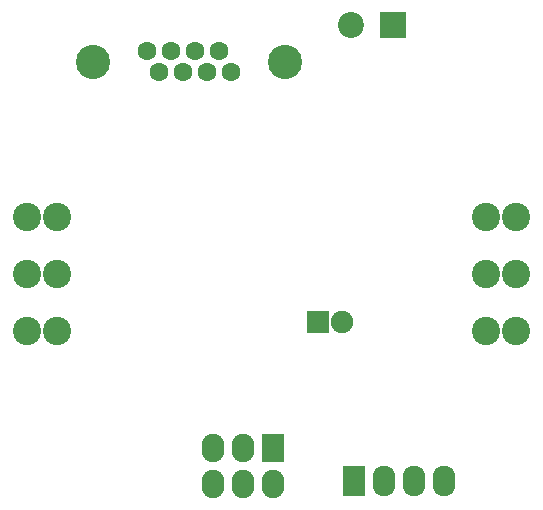
<source format=gbr>
G04 #@! TF.FileFunction,Soldermask,Bot*
%FSLAX46Y46*%
G04 Gerber Fmt 4.6, Leading zero omitted, Abs format (unit mm)*
G04 Created by KiCad (PCBNEW 4.0.6) date 02/09/18 11:50:01*
%MOMM*%
%LPD*%
G01*
G04 APERTURE LIST*
%ADD10C,0.100000*%
%ADD11R,2.200000X2.200000*%
%ADD12C,2.200000*%
%ADD13R,1.900000X1.900000*%
%ADD14C,1.900000*%
%ADD15R,1.924000X2.398980*%
%ADD16O,1.924000X2.398980*%
%ADD17R,1.924000X2.599640*%
%ADD18O,1.924000X2.599640*%
%ADD19C,1.598880*%
%ADD20C,2.899360*%
%ADD21C,2.398980*%
G04 APERTURE END LIST*
D10*
D11*
X47470000Y-26416000D03*
D12*
X43970000Y-26416000D03*
D13*
X41164000Y-51562000D03*
D14*
X43164000Y-51562000D03*
D15*
X37338000Y-62235080D03*
D16*
X37338000Y-65272920D03*
X34798000Y-62235080D03*
X34798000Y-65272920D03*
X32258000Y-62235080D03*
X32258000Y-65272920D03*
D17*
X44196000Y-65024000D03*
D18*
X46736000Y-65024000D03*
X49276000Y-65024000D03*
X51816000Y-65024000D03*
D19*
X28704540Y-28646120D03*
X26675080Y-28646120D03*
X27688540Y-30426660D03*
X29718000Y-30426660D03*
X30734000Y-28646120D03*
X31747460Y-30426660D03*
X32763460Y-28646120D03*
X33776920Y-30426660D03*
D20*
X38346380Y-29535120D03*
X22105620Y-29535120D03*
D21*
X55372000Y-47498000D03*
X57912000Y-47498000D03*
X55372000Y-52324000D03*
X57912000Y-52324000D03*
X55372000Y-42672000D03*
X57912000Y-42672000D03*
X19050000Y-47498000D03*
X16510000Y-47498000D03*
X19050000Y-42672000D03*
X16510000Y-42672000D03*
X19050000Y-52324000D03*
X16510000Y-52324000D03*
M02*

</source>
